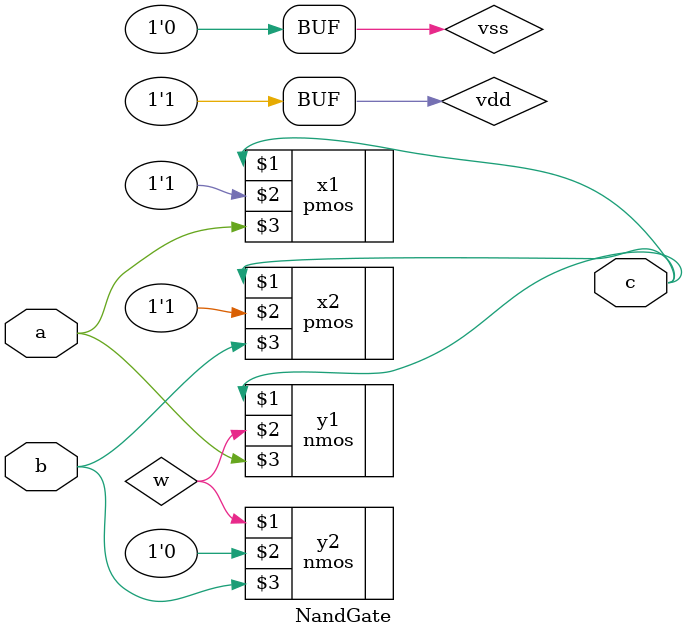
<source format=v>

module NandGate(a,b,c);

//declare i/o ports
input a,b;
output c;

//declare supply and ground
supply1 vdd;
supply0 vss;

//declare wires
wire w;

//pull up network
pmos x1(c,vdd,a);
pmos x2(c,vdd,b);

//pull down network
nmos y1(c,w,a);
nmos y2(w,vss,b);

//end module
endmodule

</source>
